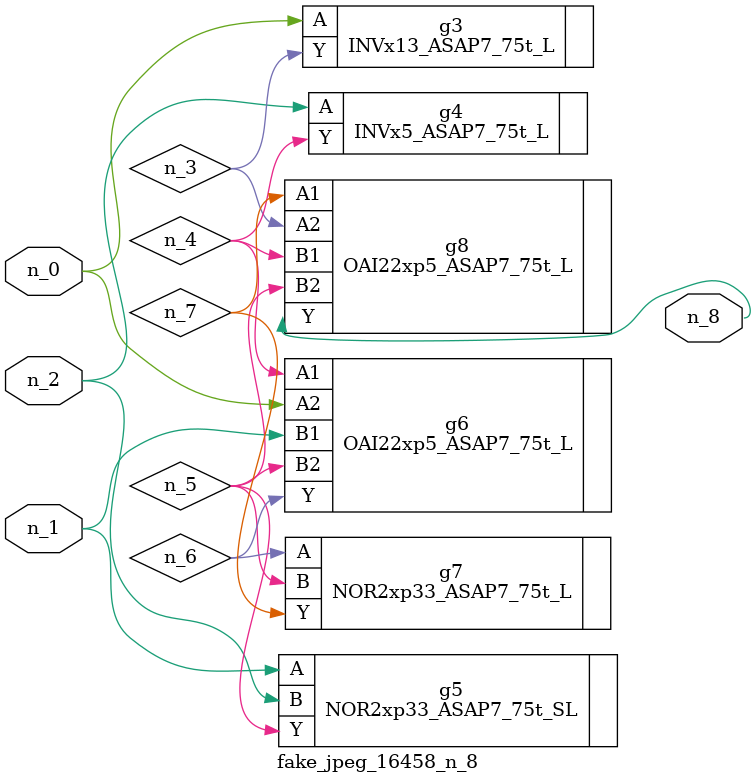
<source format=v>
module fake_jpeg_16458_n_8 (n_0, n_2, n_1, n_8);

input n_0;
input n_2;
input n_1;

output n_8;

wire n_3;
wire n_4;
wire n_6;
wire n_5;
wire n_7;

INVx13_ASAP7_75t_L g3 ( 
.A(n_0),
.Y(n_3)
);

INVx5_ASAP7_75t_L g4 ( 
.A(n_2),
.Y(n_4)
);

NOR2xp33_ASAP7_75t_SL g5 ( 
.A(n_1),
.B(n_2),
.Y(n_5)
);

OAI22xp5_ASAP7_75t_L g6 ( 
.A1(n_4),
.A2(n_0),
.B1(n_1),
.B2(n_5),
.Y(n_6)
);

NOR2xp33_ASAP7_75t_L g7 ( 
.A(n_6),
.B(n_5),
.Y(n_7)
);

OAI22xp5_ASAP7_75t_L g8 ( 
.A1(n_7),
.A2(n_3),
.B1(n_4),
.B2(n_5),
.Y(n_8)
);


endmodule
</source>
